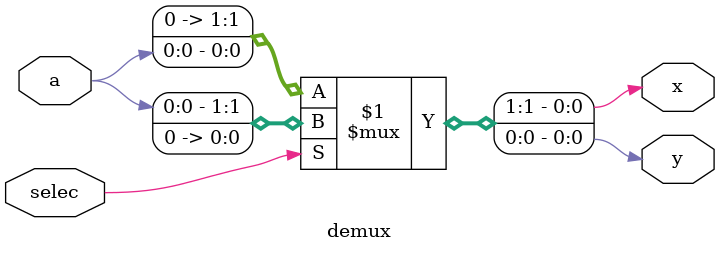
<source format=v>
module demux (
    input wire selec,
    input wire a,
    output wire x,
    output wire y
);

assign {x,y} = selec? {a,1'b0}:{1'b0,a};

endmodule


</source>
